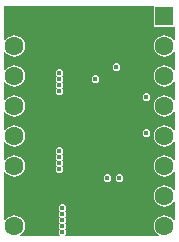
<source format=gbr>
%TF.GenerationSoftware,Altium Limited,Altium Designer,20.1.11 (218)*%
G04 Layer_Physical_Order=2*
G04 Layer_Color=36540*
%FSLAX45Y45*%
%MOMM*%
%TF.SameCoordinates,8684D80F-3192-4470-AB3D-773AF577FA96*%
%TF.FilePolarity,Positive*%
%TF.FileFunction,Copper,L2,Inr,Signal*%
%TF.Part,Single*%
G01*
G75*
%TA.AperFunction,ComponentPad*%
%ADD21C,1.60000*%
%ADD22R,1.60000X1.60000*%
%TA.AperFunction,ViaPad*%
%ADD23C,0.45000*%
G36*
X1307000Y1815000D02*
X1483218D01*
Y1702906D01*
X1473218Y1699512D01*
X1461189Y1715189D01*
X1442388Y1729615D01*
X1420495Y1738683D01*
X1397000Y1741776D01*
X1373505Y1738683D01*
X1351612Y1729615D01*
X1332811Y1715189D01*
X1318385Y1696388D01*
X1309317Y1674495D01*
X1306224Y1651000D01*
X1309317Y1627505D01*
X1318385Y1605612D01*
X1332811Y1586811D01*
X1351612Y1572385D01*
X1373505Y1563317D01*
X1397000Y1560224D01*
X1420495Y1563317D01*
X1442388Y1572385D01*
X1461189Y1586811D01*
X1473218Y1602488D01*
X1483218Y1599094D01*
Y1448906D01*
X1473218Y1445512D01*
X1461189Y1461189D01*
X1442388Y1475615D01*
X1420495Y1484683D01*
X1397000Y1487776D01*
X1373505Y1484683D01*
X1351612Y1475615D01*
X1332811Y1461189D01*
X1318385Y1442388D01*
X1309317Y1420495D01*
X1306224Y1397000D01*
X1309317Y1373505D01*
X1318385Y1351612D01*
X1332811Y1332811D01*
X1351612Y1318385D01*
X1373505Y1309317D01*
X1397000Y1306224D01*
X1420495Y1309317D01*
X1442388Y1318385D01*
X1461189Y1332811D01*
X1473218Y1348488D01*
X1483218Y1345094D01*
Y1194906D01*
X1473218Y1191512D01*
X1461189Y1207189D01*
X1442388Y1221615D01*
X1420495Y1230683D01*
X1397000Y1233776D01*
X1373505Y1230683D01*
X1351612Y1221615D01*
X1332811Y1207189D01*
X1318385Y1188388D01*
X1309317Y1166495D01*
X1306224Y1143000D01*
X1309317Y1119505D01*
X1318385Y1097612D01*
X1332811Y1078811D01*
X1351612Y1064385D01*
X1373505Y1055317D01*
X1397000Y1052224D01*
X1420495Y1055317D01*
X1442388Y1064385D01*
X1461189Y1078811D01*
X1473218Y1094488D01*
X1483218Y1091094D01*
Y940906D01*
X1473218Y937512D01*
X1461189Y953189D01*
X1442388Y967615D01*
X1420495Y976683D01*
X1397000Y979776D01*
X1373505Y976683D01*
X1351612Y967615D01*
X1332811Y953189D01*
X1318385Y934388D01*
X1309317Y912495D01*
X1306224Y889000D01*
X1309317Y865505D01*
X1318385Y843612D01*
X1332811Y824811D01*
X1351612Y810385D01*
X1373505Y801317D01*
X1397000Y798224D01*
X1420495Y801317D01*
X1442388Y810385D01*
X1461189Y824811D01*
X1473218Y840488D01*
X1483218Y837094D01*
Y686906D01*
X1473218Y683512D01*
X1461189Y699189D01*
X1442388Y713615D01*
X1420495Y722683D01*
X1397000Y725776D01*
X1373505Y722683D01*
X1351612Y713615D01*
X1332811Y699189D01*
X1318385Y680388D01*
X1309317Y658495D01*
X1306224Y635000D01*
X1309317Y611505D01*
X1318385Y589612D01*
X1332811Y570811D01*
X1351612Y556385D01*
X1373505Y547317D01*
X1397000Y544224D01*
X1420495Y547317D01*
X1442388Y556385D01*
X1461189Y570811D01*
X1473218Y586488D01*
X1483218Y583094D01*
Y432906D01*
X1473218Y429512D01*
X1461189Y445189D01*
X1442388Y459615D01*
X1420495Y468683D01*
X1397000Y471776D01*
X1373505Y468683D01*
X1351612Y459615D01*
X1332811Y445189D01*
X1318385Y426388D01*
X1309317Y404495D01*
X1306224Y381000D01*
X1309317Y357505D01*
X1318385Y335612D01*
X1332811Y316811D01*
X1351612Y302385D01*
X1373505Y293317D01*
X1397000Y290224D01*
X1420495Y293317D01*
X1442388Y302385D01*
X1461189Y316811D01*
X1473218Y332488D01*
X1483218Y329094D01*
Y178906D01*
X1473218Y175512D01*
X1461189Y191189D01*
X1442388Y205615D01*
X1420495Y214683D01*
X1397000Y217776D01*
X1373505Y214683D01*
X1351612Y205615D01*
X1332811Y191189D01*
X1318385Y172388D01*
X1309317Y150495D01*
X1306224Y127000D01*
X1309317Y103505D01*
X1318385Y81612D01*
X1332811Y62811D01*
X1348488Y50782D01*
X1345094Y40782D01*
X556891D01*
X553858Y50782D01*
X556831Y52769D01*
X564014Y63519D01*
X566537Y76200D01*
X564014Y88881D01*
X556831Y99631D01*
Y103569D01*
X564014Y114319D01*
X566537Y127000D01*
X564014Y139681D01*
X556831Y150431D01*
Y154369D01*
X564014Y165119D01*
X566537Y177800D01*
X564014Y190481D01*
X556831Y201231D01*
Y205169D01*
X564014Y215919D01*
X566537Y228600D01*
X564014Y241281D01*
X556831Y252031D01*
Y255969D01*
X564014Y266719D01*
X566537Y279400D01*
X564014Y292081D01*
X556831Y302831D01*
X546081Y310014D01*
X533400Y312537D01*
X520719Y310014D01*
X509969Y302831D01*
X502786Y292081D01*
X500263Y279400D01*
X502786Y266719D01*
X509969Y255969D01*
Y252031D01*
X502786Y241281D01*
X500263Y228600D01*
X502786Y215919D01*
X509969Y205169D01*
Y201231D01*
X502786Y190481D01*
X500263Y177800D01*
X502786Y165119D01*
X509969Y154369D01*
Y150431D01*
X502786Y139681D01*
X500263Y127000D01*
X502786Y114319D01*
X509969Y103569D01*
Y99631D01*
X502786Y88881D01*
X500263Y76200D01*
X502786Y63519D01*
X509969Y52769D01*
X512942Y50782D01*
X509909Y40782D01*
X178906D01*
X175512Y50782D01*
X191189Y62811D01*
X205615Y81612D01*
X214683Y103505D01*
X217776Y127000D01*
X214683Y150495D01*
X205615Y172388D01*
X191189Y191189D01*
X172388Y205615D01*
X150495Y214683D01*
X127000Y217776D01*
X103505Y214683D01*
X81612Y205615D01*
X62811Y191189D01*
X50782Y175512D01*
X40782Y178906D01*
Y583094D01*
X50782Y586488D01*
X62811Y570811D01*
X81612Y556385D01*
X103505Y547317D01*
X127000Y544224D01*
X150495Y547317D01*
X172388Y556385D01*
X191189Y570811D01*
X205615Y589612D01*
X214683Y611505D01*
X217776Y635000D01*
X214683Y658495D01*
X205615Y680388D01*
X191189Y699189D01*
X172388Y713615D01*
X150495Y722683D01*
X127000Y725776D01*
X103505Y722683D01*
X81612Y713615D01*
X62811Y699189D01*
X50782Y683512D01*
X40782Y686906D01*
Y837094D01*
X50782Y840488D01*
X62811Y824811D01*
X81612Y810385D01*
X103505Y801317D01*
X127000Y798224D01*
X150495Y801317D01*
X172388Y810385D01*
X191189Y824811D01*
X205615Y843612D01*
X214683Y865505D01*
X217776Y889000D01*
X214683Y912495D01*
X205615Y934388D01*
X191189Y953189D01*
X172388Y967615D01*
X150495Y976683D01*
X127000Y979776D01*
X103505Y976683D01*
X81612Y967615D01*
X62811Y953189D01*
X50782Y937512D01*
X40782Y940906D01*
Y1091094D01*
X50782Y1094488D01*
X62811Y1078811D01*
X81612Y1064385D01*
X103505Y1055317D01*
X127000Y1052224D01*
X150495Y1055317D01*
X172388Y1064385D01*
X191189Y1078811D01*
X205615Y1097612D01*
X214683Y1119505D01*
X217776Y1143000D01*
X214683Y1166495D01*
X205615Y1188388D01*
X191189Y1207189D01*
X172388Y1221615D01*
X150495Y1230683D01*
X127000Y1233776D01*
X103505Y1230683D01*
X81612Y1221615D01*
X62811Y1207189D01*
X50782Y1191512D01*
X40782Y1194906D01*
Y1345094D01*
X50782Y1348488D01*
X62811Y1332811D01*
X81612Y1318385D01*
X103505Y1309317D01*
X127000Y1306224D01*
X150495Y1309317D01*
X172388Y1318385D01*
X191189Y1332811D01*
X205615Y1351612D01*
X214683Y1373505D01*
X217776Y1397000D01*
X214683Y1420495D01*
X205615Y1442388D01*
X191189Y1461189D01*
X172388Y1475615D01*
X150495Y1484683D01*
X127000Y1487776D01*
X103505Y1484683D01*
X81612Y1475615D01*
X62811Y1461189D01*
X50782Y1445512D01*
X40782Y1448906D01*
Y1599094D01*
X50782Y1602488D01*
X62811Y1586811D01*
X81612Y1572385D01*
X103505Y1563317D01*
X127000Y1560224D01*
X150495Y1563317D01*
X172388Y1572385D01*
X191189Y1586811D01*
X205615Y1605612D01*
X214683Y1627505D01*
X217776Y1651000D01*
X214683Y1674495D01*
X205615Y1696388D01*
X191189Y1715189D01*
X172388Y1729615D01*
X150495Y1738683D01*
X127000Y1741776D01*
X103505Y1738683D01*
X81612Y1729615D01*
X62811Y1715189D01*
X50782Y1699512D01*
X40782Y1702906D01*
Y1991218D01*
X1307000D01*
Y1815000D01*
D02*
G37*
%LPC*%
G36*
X990600Y1506337D02*
X977919Y1503814D01*
X967169Y1496631D01*
X959986Y1485881D01*
X957463Y1473200D01*
X959986Y1460519D01*
X967169Y1449769D01*
X977919Y1442586D01*
X990600Y1440063D01*
X1003281Y1442586D01*
X1014031Y1449769D01*
X1021214Y1460519D01*
X1023737Y1473200D01*
X1021214Y1485881D01*
X1014031Y1496631D01*
X1003281Y1503814D01*
X990600Y1506337D01*
D02*
G37*
G36*
X812800Y1404737D02*
X800119Y1402214D01*
X789369Y1395031D01*
X782186Y1384281D01*
X779663Y1371600D01*
X782186Y1358919D01*
X789369Y1348169D01*
X800119Y1340986D01*
X812800Y1338463D01*
X825481Y1340986D01*
X836231Y1348169D01*
X843414Y1358919D01*
X845937Y1371600D01*
X843414Y1384281D01*
X836231Y1395031D01*
X825481Y1402214D01*
X812800Y1404737D01*
D02*
G37*
G36*
X508000Y1455537D02*
X495319Y1453014D01*
X484569Y1445831D01*
X477386Y1435081D01*
X474863Y1422400D01*
X477386Y1409719D01*
X484569Y1398969D01*
Y1395031D01*
X477386Y1384281D01*
X474863Y1371600D01*
X477386Y1358919D01*
X484569Y1348169D01*
Y1344231D01*
X477386Y1333481D01*
X474863Y1320800D01*
X477386Y1308119D01*
X484569Y1297369D01*
Y1293431D01*
X477386Y1282681D01*
X474863Y1270000D01*
X477386Y1257319D01*
X484569Y1246569D01*
X495319Y1239386D01*
X508000Y1236863D01*
X520681Y1239386D01*
X531431Y1246569D01*
X538614Y1257319D01*
X541137Y1270000D01*
X538614Y1282681D01*
X531431Y1293431D01*
Y1297369D01*
X538614Y1308119D01*
X541137Y1320800D01*
X538614Y1333481D01*
X531431Y1344231D01*
Y1348169D01*
X538614Y1358919D01*
X541137Y1371600D01*
X538614Y1384281D01*
X531431Y1395031D01*
Y1398969D01*
X538614Y1409719D01*
X541137Y1422400D01*
X538614Y1435081D01*
X531431Y1445831D01*
X520681Y1453014D01*
X508000Y1455537D01*
D02*
G37*
G36*
X1244600Y1252337D02*
X1231919Y1249814D01*
X1221169Y1242631D01*
X1213986Y1231881D01*
X1211463Y1219200D01*
X1213986Y1206519D01*
X1221169Y1195769D01*
X1231919Y1188586D01*
X1244600Y1186063D01*
X1257281Y1188586D01*
X1268031Y1195769D01*
X1275214Y1206519D01*
X1277737Y1219200D01*
X1275214Y1231881D01*
X1268031Y1242631D01*
X1257281Y1249814D01*
X1244600Y1252337D01*
D02*
G37*
G36*
Y947537D02*
X1231919Y945014D01*
X1221169Y937831D01*
X1213986Y927081D01*
X1211463Y914400D01*
X1213986Y901719D01*
X1221169Y890969D01*
X1231919Y883786D01*
X1244600Y881263D01*
X1257281Y883786D01*
X1268031Y890969D01*
X1275214Y901719D01*
X1277737Y914400D01*
X1275214Y927081D01*
X1268031Y937831D01*
X1257281Y945014D01*
X1244600Y947537D01*
D02*
G37*
G36*
X508000Y795137D02*
X495319Y792614D01*
X484569Y785431D01*
X477386Y774681D01*
X474863Y762000D01*
X477386Y749319D01*
X484569Y738569D01*
Y734631D01*
X477386Y723881D01*
X474863Y711200D01*
X477386Y698519D01*
X484569Y687769D01*
Y683831D01*
X477386Y673081D01*
X474863Y660400D01*
X477386Y647719D01*
X484569Y636969D01*
Y633031D01*
X477386Y622281D01*
X474863Y609600D01*
X477386Y596919D01*
X484569Y586169D01*
X495319Y578986D01*
X508000Y576463D01*
X520681Y578986D01*
X531431Y586169D01*
X538614Y596919D01*
X541137Y609600D01*
X538614Y622281D01*
X531431Y633031D01*
Y636969D01*
X538614Y647719D01*
X541137Y660400D01*
X538614Y673081D01*
X531431Y683831D01*
Y687769D01*
X538614Y698519D01*
X541137Y711200D01*
X538614Y723881D01*
X531431Y734631D01*
Y738569D01*
X538614Y749319D01*
X541137Y762000D01*
X538614Y774681D01*
X531431Y785431D01*
X520681Y792614D01*
X508000Y795137D01*
D02*
G37*
G36*
X1016000Y566537D02*
X1003319Y564014D01*
X992569Y556831D01*
X985386Y546081D01*
X982863Y533400D01*
X985386Y520719D01*
X992569Y509969D01*
X1003319Y502786D01*
X1016000Y500263D01*
X1028681Y502786D01*
X1039431Y509969D01*
X1046614Y520719D01*
X1049137Y533400D01*
X1046614Y546081D01*
X1039431Y556831D01*
X1028681Y564014D01*
X1016000Y566537D01*
D02*
G37*
G36*
X914400D02*
X901719Y564014D01*
X890969Y556831D01*
X883786Y546081D01*
X881263Y533400D01*
X883786Y520719D01*
X890969Y509969D01*
X901719Y502786D01*
X914400Y500263D01*
X927081Y502786D01*
X937831Y509969D01*
X945014Y520719D01*
X947537Y533400D01*
X945014Y546081D01*
X937831Y556831D01*
X927081Y564014D01*
X914400Y566537D01*
D02*
G37*
%LPD*%
D21*
X127000Y127000D02*
D03*
Y381000D02*
D03*
Y889000D02*
D03*
Y1397000D02*
D03*
Y1651000D02*
D03*
Y1143000D02*
D03*
Y635000D02*
D03*
X1397000Y127000D02*
D03*
Y381000D02*
D03*
Y889000D02*
D03*
Y1397000D02*
D03*
Y1651000D02*
D03*
Y1143000D02*
D03*
Y635000D02*
D03*
D22*
X127000Y1905000D02*
D03*
X1397000D02*
D03*
D23*
X1244600Y914400D02*
D03*
X508000Y1422400D02*
D03*
Y1371600D02*
D03*
Y1320800D02*
D03*
Y1270000D02*
D03*
X279400Y1422400D02*
D03*
Y1371600D02*
D03*
Y1320800D02*
D03*
Y1270000D02*
D03*
X609600Y1117600D02*
D03*
Y1066800D02*
D03*
Y1168400D02*
D03*
X812800Y1371600D02*
D03*
X1016000Y533400D02*
D03*
X914400D02*
D03*
X990600Y228600D02*
D03*
Y127000D02*
D03*
Y177800D02*
D03*
Y279400D02*
D03*
X508000Y609600D02*
D03*
X1244600Y1219200D02*
D03*
Y1117600D02*
D03*
X990600Y1473200D02*
D03*
Y76200D02*
D03*
X533400D02*
D03*
Y279400D02*
D03*
Y127000D02*
D03*
Y177800D02*
D03*
Y228600D02*
D03*
X508000Y762000D02*
D03*
Y711200D02*
D03*
Y660400D02*
D03*
X279400Y609600D02*
D03*
Y660400D02*
D03*
Y711200D02*
D03*
Y762000D02*
D03*
X660400Y965200D02*
D03*
X711200D02*
D03*
X762000D02*
D03*
Y1016000D02*
D03*
X711200D02*
D03*
X660400D02*
D03*
Y1066800D02*
D03*
X711200D02*
D03*
X762000D02*
D03*
X812800D02*
D03*
Y1016000D02*
D03*
Y965200D02*
D03*
Y914400D02*
D03*
X762000D02*
D03*
X711200D02*
D03*
X660400D02*
D03*
X609600D02*
D03*
Y965200D02*
D03*
Y1016000D02*
D03*
X863600Y1066800D02*
D03*
Y1016000D02*
D03*
Y965200D02*
D03*
Y914400D02*
D03*
Y863600D02*
D03*
X812800D02*
D03*
X762000D02*
D03*
X711200D02*
D03*
X660400D02*
D03*
X609600D02*
D03*
X914400D02*
D03*
Y914400D02*
D03*
Y965200D02*
D03*
Y1016000D02*
D03*
Y1066800D02*
D03*
Y1117600D02*
D03*
X863600D02*
D03*
X812800D02*
D03*
X762000D02*
D03*
X711200D02*
D03*
X660400D02*
D03*
X914400Y1168400D02*
D03*
X863600D02*
D03*
X812800D02*
D03*
X762000D02*
D03*
X711200D02*
D03*
X660400D02*
D03*
%TF.MD5,0f140b4a209adb9d40e45c8a833e4950*%
M02*

</source>
